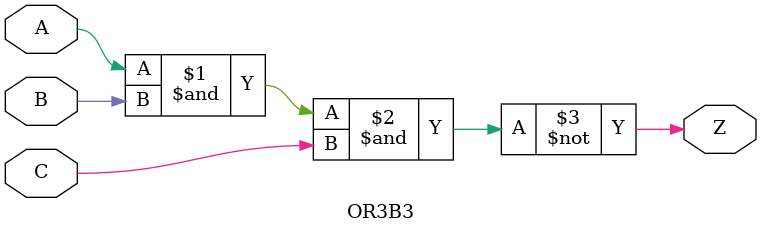
<source format=v>
`resetall
`timescale 1 ns / 100 ps

/* Created by DB2VERILOG Version 1.0.1.1 on Sat May 14 11:26:40 1994 */
/* module compiled from "lsl2db 3.6.4" run */


`celldefine
module OR3B3 (A, B, C, Z);
input  A, B, C;
output Z;
nand INST1 (Z, A, B, C);

endmodule 
`endcelldefine

</source>
